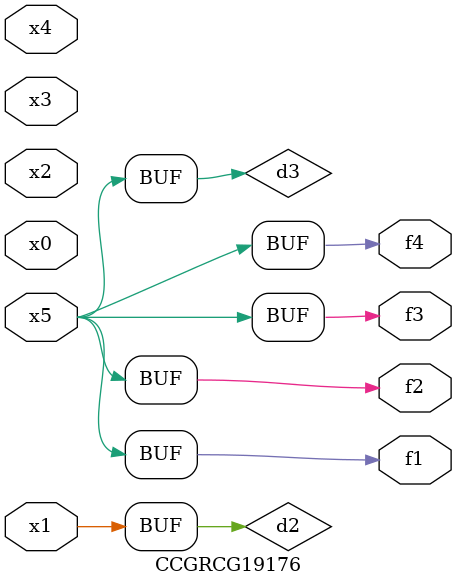
<source format=v>
module CCGRCG19176(
	input x0, x1, x2, x3, x4, x5,
	output f1, f2, f3, f4
);

	wire d1, d2, d3;

	not (d1, x5);
	or (d2, x1);
	xnor (d3, d1);
	assign f1 = d3;
	assign f2 = d3;
	assign f3 = d3;
	assign f4 = d3;
endmodule

</source>
